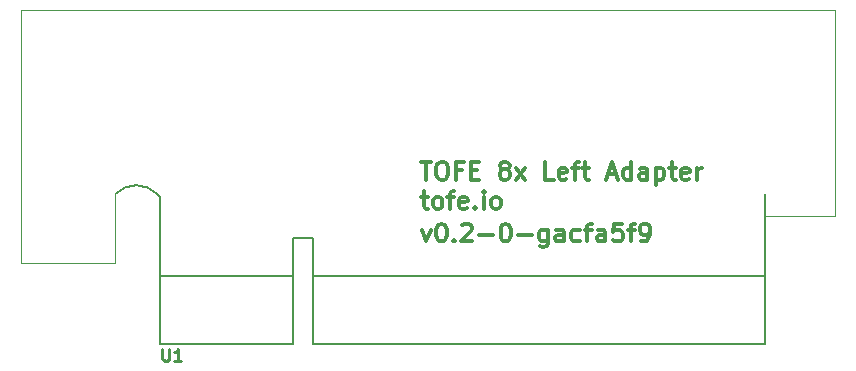
<source format=gto>
G04 #@! TF.FileFunction,Legend,Top*
%FSLAX46Y46*%
G04 Gerber Fmt 4.6, Leading zero omitted, Abs format (unit mm)*
G04 Created by KiCad (PCBNEW 4.0.2+e4-6225~38~ubuntu14.04.1-stable) date Mon Aug  1 23:16:18 2016*
%MOMM*%
G01*
G04 APERTURE LIST*
%ADD10C,0.350000*%
%ADD11C,0.300000*%
%ADD12C,0.100000*%
%ADD13C,0.375000*%
%ADD14C,0.200000*%
%ADD15C,0.254000*%
G04 APERTURE END LIST*
D10*
D11*
X196214286Y-178428571D02*
X196571429Y-179428571D01*
X196928571Y-178428571D01*
X197785714Y-177928571D02*
X197928571Y-177928571D01*
X198071428Y-178000000D01*
X198142857Y-178071429D01*
X198214286Y-178214286D01*
X198285714Y-178500000D01*
X198285714Y-178857143D01*
X198214286Y-179142857D01*
X198142857Y-179285714D01*
X198071428Y-179357143D01*
X197928571Y-179428571D01*
X197785714Y-179428571D01*
X197642857Y-179357143D01*
X197571428Y-179285714D01*
X197500000Y-179142857D01*
X197428571Y-178857143D01*
X197428571Y-178500000D01*
X197500000Y-178214286D01*
X197571428Y-178071429D01*
X197642857Y-178000000D01*
X197785714Y-177928571D01*
X198928571Y-179285714D02*
X198999999Y-179357143D01*
X198928571Y-179428571D01*
X198857142Y-179357143D01*
X198928571Y-179285714D01*
X198928571Y-179428571D01*
X199571428Y-178071429D02*
X199642857Y-178000000D01*
X199785714Y-177928571D01*
X200142857Y-177928571D01*
X200285714Y-178000000D01*
X200357143Y-178071429D01*
X200428571Y-178214286D01*
X200428571Y-178357143D01*
X200357143Y-178571429D01*
X199500000Y-179428571D01*
X200428571Y-179428571D01*
X201071428Y-178857143D02*
X202214285Y-178857143D01*
X203214285Y-177928571D02*
X203357142Y-177928571D01*
X203499999Y-178000000D01*
X203571428Y-178071429D01*
X203642857Y-178214286D01*
X203714285Y-178500000D01*
X203714285Y-178857143D01*
X203642857Y-179142857D01*
X203571428Y-179285714D01*
X203499999Y-179357143D01*
X203357142Y-179428571D01*
X203214285Y-179428571D01*
X203071428Y-179357143D01*
X202999999Y-179285714D01*
X202928571Y-179142857D01*
X202857142Y-178857143D01*
X202857142Y-178500000D01*
X202928571Y-178214286D01*
X202999999Y-178071429D01*
X203071428Y-178000000D01*
X203214285Y-177928571D01*
X204357142Y-178857143D02*
X205499999Y-178857143D01*
X206857142Y-178428571D02*
X206857142Y-179642857D01*
X206785713Y-179785714D01*
X206714285Y-179857143D01*
X206571428Y-179928571D01*
X206357142Y-179928571D01*
X206214285Y-179857143D01*
X206857142Y-179357143D02*
X206714285Y-179428571D01*
X206428571Y-179428571D01*
X206285713Y-179357143D01*
X206214285Y-179285714D01*
X206142856Y-179142857D01*
X206142856Y-178714286D01*
X206214285Y-178571429D01*
X206285713Y-178500000D01*
X206428571Y-178428571D01*
X206714285Y-178428571D01*
X206857142Y-178500000D01*
X208214285Y-179428571D02*
X208214285Y-178642857D01*
X208142856Y-178500000D01*
X207999999Y-178428571D01*
X207714285Y-178428571D01*
X207571428Y-178500000D01*
X208214285Y-179357143D02*
X208071428Y-179428571D01*
X207714285Y-179428571D01*
X207571428Y-179357143D01*
X207499999Y-179214286D01*
X207499999Y-179071429D01*
X207571428Y-178928571D01*
X207714285Y-178857143D01*
X208071428Y-178857143D01*
X208214285Y-178785714D01*
X209571428Y-179357143D02*
X209428571Y-179428571D01*
X209142857Y-179428571D01*
X208999999Y-179357143D01*
X208928571Y-179285714D01*
X208857142Y-179142857D01*
X208857142Y-178714286D01*
X208928571Y-178571429D01*
X208999999Y-178500000D01*
X209142857Y-178428571D01*
X209428571Y-178428571D01*
X209571428Y-178500000D01*
X209999999Y-178428571D02*
X210571428Y-178428571D01*
X210214285Y-179428571D02*
X210214285Y-178142857D01*
X210285713Y-178000000D01*
X210428571Y-177928571D01*
X210571428Y-177928571D01*
X211714285Y-179428571D02*
X211714285Y-178642857D01*
X211642856Y-178500000D01*
X211499999Y-178428571D01*
X211214285Y-178428571D01*
X211071428Y-178500000D01*
X211714285Y-179357143D02*
X211571428Y-179428571D01*
X211214285Y-179428571D01*
X211071428Y-179357143D01*
X210999999Y-179214286D01*
X210999999Y-179071429D01*
X211071428Y-178928571D01*
X211214285Y-178857143D01*
X211571428Y-178857143D01*
X211714285Y-178785714D01*
X213142857Y-177928571D02*
X212428571Y-177928571D01*
X212357142Y-178642857D01*
X212428571Y-178571429D01*
X212571428Y-178500000D01*
X212928571Y-178500000D01*
X213071428Y-178571429D01*
X213142857Y-178642857D01*
X213214285Y-178785714D01*
X213214285Y-179142857D01*
X213142857Y-179285714D01*
X213071428Y-179357143D01*
X212928571Y-179428571D01*
X212571428Y-179428571D01*
X212428571Y-179357143D01*
X212357142Y-179285714D01*
X213642856Y-178428571D02*
X214214285Y-178428571D01*
X213857142Y-179428571D02*
X213857142Y-178142857D01*
X213928570Y-178000000D01*
X214071428Y-177928571D01*
X214214285Y-177928571D01*
X214785713Y-179428571D02*
X215071428Y-179428571D01*
X215214285Y-179357143D01*
X215285713Y-179285714D01*
X215428571Y-179071429D01*
X215499999Y-178785714D01*
X215499999Y-178214286D01*
X215428571Y-178071429D01*
X215357142Y-178000000D01*
X215214285Y-177928571D01*
X214928571Y-177928571D01*
X214785713Y-178000000D01*
X214714285Y-178071429D01*
X214642856Y-178214286D01*
X214642856Y-178571429D01*
X214714285Y-178714286D01*
X214785713Y-178785714D01*
X214928571Y-178857143D01*
X215214285Y-178857143D01*
X215357142Y-178785714D01*
X215428571Y-178714286D01*
X215499999Y-178571429D01*
D12*
X174000000Y-175677360D02*
X173750000Y-175427360D01*
X174000000Y-175720060D02*
X174000000Y-188150000D01*
X185250000Y-179150000D02*
X185250000Y-188150000D01*
X162250000Y-159804100D02*
X162250000Y-181250000D01*
X170225720Y-175488600D02*
X170225720Y-181250000D01*
X170172380Y-181250000D02*
X162250000Y-181250000D01*
X225247200Y-177250000D02*
X231165400Y-177250000D01*
X231162860Y-159804100D02*
X162250000Y-159804100D01*
X231165400Y-177241200D02*
X231165400Y-159806640D01*
X225250000Y-177250000D02*
X225250000Y-177500000D01*
D13*
X196142857Y-172691071D02*
X197000000Y-172691071D01*
X196571429Y-174191071D02*
X196571429Y-172691071D01*
X197785714Y-172691071D02*
X198071428Y-172691071D01*
X198214286Y-172762500D01*
X198357143Y-172905357D01*
X198428571Y-173191071D01*
X198428571Y-173691071D01*
X198357143Y-173976786D01*
X198214286Y-174119643D01*
X198071428Y-174191071D01*
X197785714Y-174191071D01*
X197642857Y-174119643D01*
X197500000Y-173976786D01*
X197428571Y-173691071D01*
X197428571Y-173191071D01*
X197500000Y-172905357D01*
X197642857Y-172762500D01*
X197785714Y-172691071D01*
X199571429Y-173405357D02*
X199071429Y-173405357D01*
X199071429Y-174191071D02*
X199071429Y-172691071D01*
X199785715Y-172691071D01*
X200357143Y-173405357D02*
X200857143Y-173405357D01*
X201071429Y-174191071D02*
X200357143Y-174191071D01*
X200357143Y-172691071D01*
X201071429Y-172691071D01*
X203071429Y-173333929D02*
X202928571Y-173262500D01*
X202857143Y-173191071D01*
X202785714Y-173048214D01*
X202785714Y-172976786D01*
X202857143Y-172833929D01*
X202928571Y-172762500D01*
X203071429Y-172691071D01*
X203357143Y-172691071D01*
X203500000Y-172762500D01*
X203571429Y-172833929D01*
X203642857Y-172976786D01*
X203642857Y-173048214D01*
X203571429Y-173191071D01*
X203500000Y-173262500D01*
X203357143Y-173333929D01*
X203071429Y-173333929D01*
X202928571Y-173405357D01*
X202857143Y-173476786D01*
X202785714Y-173619643D01*
X202785714Y-173905357D01*
X202857143Y-174048214D01*
X202928571Y-174119643D01*
X203071429Y-174191071D01*
X203357143Y-174191071D01*
X203500000Y-174119643D01*
X203571429Y-174048214D01*
X203642857Y-173905357D01*
X203642857Y-173619643D01*
X203571429Y-173476786D01*
X203500000Y-173405357D01*
X203357143Y-173333929D01*
X204142857Y-174191071D02*
X204928571Y-173191071D01*
X204142857Y-173191071D02*
X204928571Y-174191071D01*
X207357143Y-174191071D02*
X206642857Y-174191071D01*
X206642857Y-172691071D01*
X208428571Y-174119643D02*
X208285714Y-174191071D01*
X208000000Y-174191071D01*
X207857143Y-174119643D01*
X207785714Y-173976786D01*
X207785714Y-173405357D01*
X207857143Y-173262500D01*
X208000000Y-173191071D01*
X208285714Y-173191071D01*
X208428571Y-173262500D01*
X208500000Y-173405357D01*
X208500000Y-173548214D01*
X207785714Y-173691071D01*
X208928571Y-173191071D02*
X209500000Y-173191071D01*
X209142857Y-174191071D02*
X209142857Y-172905357D01*
X209214285Y-172762500D01*
X209357143Y-172691071D01*
X209500000Y-172691071D01*
X209785714Y-173191071D02*
X210357143Y-173191071D01*
X210000000Y-172691071D02*
X210000000Y-173976786D01*
X210071428Y-174119643D01*
X210214286Y-174191071D01*
X210357143Y-174191071D01*
X211928571Y-173762500D02*
X212642857Y-173762500D01*
X211785714Y-174191071D02*
X212285714Y-172691071D01*
X212785714Y-174191071D01*
X213928571Y-174191071D02*
X213928571Y-172691071D01*
X213928571Y-174119643D02*
X213785714Y-174191071D01*
X213500000Y-174191071D01*
X213357142Y-174119643D01*
X213285714Y-174048214D01*
X213214285Y-173905357D01*
X213214285Y-173476786D01*
X213285714Y-173333929D01*
X213357142Y-173262500D01*
X213500000Y-173191071D01*
X213785714Y-173191071D01*
X213928571Y-173262500D01*
X215285714Y-174191071D02*
X215285714Y-173405357D01*
X215214285Y-173262500D01*
X215071428Y-173191071D01*
X214785714Y-173191071D01*
X214642857Y-173262500D01*
X215285714Y-174119643D02*
X215142857Y-174191071D01*
X214785714Y-174191071D01*
X214642857Y-174119643D01*
X214571428Y-173976786D01*
X214571428Y-173833929D01*
X214642857Y-173691071D01*
X214785714Y-173619643D01*
X215142857Y-173619643D01*
X215285714Y-173548214D01*
X216000000Y-173191071D02*
X216000000Y-174691071D01*
X216000000Y-173262500D02*
X216142857Y-173191071D01*
X216428571Y-173191071D01*
X216571428Y-173262500D01*
X216642857Y-173333929D01*
X216714286Y-173476786D01*
X216714286Y-173905357D01*
X216642857Y-174048214D01*
X216571428Y-174119643D01*
X216428571Y-174191071D01*
X216142857Y-174191071D01*
X216000000Y-174119643D01*
X217142857Y-173191071D02*
X217714286Y-173191071D01*
X217357143Y-172691071D02*
X217357143Y-173976786D01*
X217428571Y-174119643D01*
X217571429Y-174191071D01*
X217714286Y-174191071D01*
X218785714Y-174119643D02*
X218642857Y-174191071D01*
X218357143Y-174191071D01*
X218214286Y-174119643D01*
X218142857Y-173976786D01*
X218142857Y-173405357D01*
X218214286Y-173262500D01*
X218357143Y-173191071D01*
X218642857Y-173191071D01*
X218785714Y-173262500D01*
X218857143Y-173405357D01*
X218857143Y-173548214D01*
X218142857Y-173691071D01*
X219500000Y-174191071D02*
X219500000Y-173191071D01*
X219500000Y-173476786D02*
X219571428Y-173333929D01*
X219642857Y-173262500D01*
X219785714Y-173191071D01*
X219928571Y-173191071D01*
X196142857Y-175666071D02*
X196714286Y-175666071D01*
X196357143Y-175166071D02*
X196357143Y-176451786D01*
X196428571Y-176594643D01*
X196571429Y-176666071D01*
X196714286Y-176666071D01*
X197428572Y-176666071D02*
X197285714Y-176594643D01*
X197214286Y-176523214D01*
X197142857Y-176380357D01*
X197142857Y-175951786D01*
X197214286Y-175808929D01*
X197285714Y-175737500D01*
X197428572Y-175666071D01*
X197642857Y-175666071D01*
X197785714Y-175737500D01*
X197857143Y-175808929D01*
X197928572Y-175951786D01*
X197928572Y-176380357D01*
X197857143Y-176523214D01*
X197785714Y-176594643D01*
X197642857Y-176666071D01*
X197428572Y-176666071D01*
X198357143Y-175666071D02*
X198928572Y-175666071D01*
X198571429Y-176666071D02*
X198571429Y-175380357D01*
X198642857Y-175237500D01*
X198785715Y-175166071D01*
X198928572Y-175166071D01*
X200000000Y-176594643D02*
X199857143Y-176666071D01*
X199571429Y-176666071D01*
X199428572Y-176594643D01*
X199357143Y-176451786D01*
X199357143Y-175880357D01*
X199428572Y-175737500D01*
X199571429Y-175666071D01*
X199857143Y-175666071D01*
X200000000Y-175737500D01*
X200071429Y-175880357D01*
X200071429Y-176023214D01*
X199357143Y-176166071D01*
X200714286Y-176523214D02*
X200785714Y-176594643D01*
X200714286Y-176666071D01*
X200642857Y-176594643D01*
X200714286Y-176523214D01*
X200714286Y-176666071D01*
X201428572Y-176666071D02*
X201428572Y-175666071D01*
X201428572Y-175166071D02*
X201357143Y-175237500D01*
X201428572Y-175308929D01*
X201500000Y-175237500D01*
X201428572Y-175166071D01*
X201428572Y-175308929D01*
X202357144Y-176666071D02*
X202214286Y-176594643D01*
X202142858Y-176523214D01*
X202071429Y-176380357D01*
X202071429Y-175951786D01*
X202142858Y-175808929D01*
X202214286Y-175737500D01*
X202357144Y-175666071D01*
X202571429Y-175666071D01*
X202714286Y-175737500D01*
X202785715Y-175808929D01*
X202857144Y-175951786D01*
X202857144Y-176380357D01*
X202785715Y-176523214D01*
X202714286Y-176594643D01*
X202571429Y-176666071D01*
X202357144Y-176666071D01*
D12*
X185250000Y-188150000D02*
X174000000Y-188150000D01*
X187000000Y-179150000D02*
X185250000Y-179150000D01*
X187000000Y-188150000D02*
X187000000Y-179150000D01*
X225250000Y-188150000D02*
X187000000Y-188150000D01*
X225250000Y-177250000D02*
X225250000Y-188150000D01*
X173795515Y-175473408D02*
G75*
G03X170265240Y-175442600I-1780275J-1719192D01*
G01*
D14*
X174014220Y-188136920D02*
X174014220Y-181136920D01*
X174014220Y-181136920D02*
X174014220Y-175636920D01*
X174014220Y-175636920D02*
X173764220Y-175386920D01*
X173764220Y-175386920D02*
G75*
G03X170264220Y-175386920I-1750000J-1750000D01*
G01*
X225264220Y-182886920D02*
X225264220Y-175386920D01*
X225264220Y-182386920D02*
X187014220Y-182386920D01*
X225264220Y-188136920D02*
X225264220Y-182386920D01*
X187014220Y-188136920D02*
X225264220Y-188136920D01*
X187014220Y-179136920D02*
X187014220Y-188136920D01*
X185264220Y-179136920D02*
X187014220Y-179136920D01*
X185264220Y-179136920D02*
X185264220Y-188136920D01*
X185264220Y-182386920D02*
X174014220Y-182386920D01*
X174014220Y-188136920D02*
X185264220Y-188136920D01*
D15*
X174221745Y-188508519D02*
X174221745Y-189330995D01*
X174270126Y-189427757D01*
X174318507Y-189476138D01*
X174415269Y-189524519D01*
X174608792Y-189524519D01*
X174705554Y-189476138D01*
X174753935Y-189427757D01*
X174802316Y-189330995D01*
X174802316Y-188508519D01*
X175818316Y-189524519D02*
X175237745Y-189524519D01*
X175528031Y-189524519D02*
X175528031Y-188508519D01*
X175431269Y-188653662D01*
X175334507Y-188750424D01*
X175237745Y-188798805D01*
M02*

</source>
